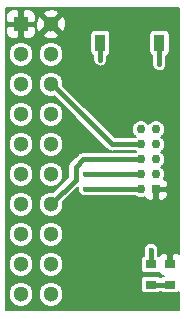
<source format=gbl>
G04 #@! TF.GenerationSoftware,KiCad,Pcbnew,5.0.1-33cea8e~68~ubuntu18.04.1*
G04 #@! TF.CreationDate,2018-11-22T22:47:37+01:00*
G04 #@! TF.ProjectId,jtag_20pin_to_10pin,6A7461675F323070696E5F746F5F3130,rev?*
G04 #@! TF.SameCoordinates,Original*
G04 #@! TF.FileFunction,Copper,L2,Bot,Signal*
G04 #@! TF.FilePolarity,Positive*
%FSLAX46Y46*%
G04 Gerber Fmt 4.6, Leading zero omitted, Abs format (unit mm)*
G04 Created by KiCad (PCBNEW 5.0.1-33cea8e~68~ubuntu18.04.1) date do 22 nov 2018 22:47:37 CET*
%MOMM*%
%LPD*%
G01*
G04 APERTURE LIST*
G04 #@! TA.AperFunction,SMDPad,CuDef*
%ADD10R,0.900000X0.700000*%
G04 #@! TD*
G04 #@! TA.AperFunction,ComponentPad*
%ADD11R,1.300000X1.300000*%
G04 #@! TD*
G04 #@! TA.AperFunction,ComponentPad*
%ADD12C,1.300000*%
G04 #@! TD*
G04 #@! TA.AperFunction,ComponentPad*
%ADD13R,0.750000X0.750000*%
G04 #@! TD*
G04 #@! TA.AperFunction,ComponentPad*
%ADD14C,0.750000*%
G04 #@! TD*
G04 #@! TA.AperFunction,SMDPad,CuDef*
%ADD15R,0.900000X1.400000*%
G04 #@! TD*
G04 #@! TA.AperFunction,ViaPad*
%ADD16C,0.381000*%
G04 #@! TD*
G04 #@! TA.AperFunction,Conductor*
%ADD17C,0.400000*%
G04 #@! TD*
G04 #@! TA.AperFunction,Conductor*
%ADD18C,0.200000*%
G04 #@! TD*
G04 APERTURE END LIST*
D10*
G04 #@! TO.P,D2,1*
G04 #@! TO.N,Net-(D2-Pad1)*
X144700000Y-93150000D03*
G04 #@! TO.P,D2,2*
G04 #@! TO.N,VCC*
X144700000Y-91450000D03*
G04 #@! TD*
D11*
G04 #@! TO.P,J1,1*
G04 #@! TO.N,VCC*
X132080000Y-71120000D03*
D12*
G04 #@! TO.P,J1,2*
X134620000Y-71120000D03*
G04 #@! TO.P,J1,3*
G04 #@! TO.N,GND*
X132080000Y-73660000D03*
G04 #@! TO.P,J1,4*
G04 #@! TO.N,N/C*
X134620000Y-73660000D03*
G04 #@! TO.P,J1,5*
G04 #@! TO.N,GND*
X132080000Y-76200000D03*
G04 #@! TO.P,J1,6*
G04 #@! TO.N,/TDI*
X134620000Y-76200000D03*
G04 #@! TO.P,J1,7*
G04 #@! TO.N,GND*
X132080000Y-78740000D03*
G04 #@! TO.P,J1,8*
G04 #@! TO.N,/TMS*
X134620000Y-78740000D03*
G04 #@! TO.P,J1,9*
G04 #@! TO.N,GND*
X132080000Y-81280000D03*
G04 #@! TO.P,J1,10*
G04 #@! TO.N,/TCK*
X134620000Y-81280000D03*
G04 #@! TO.P,J1,11*
G04 #@! TO.N,GND*
X132080000Y-83820000D03*
G04 #@! TO.P,J1,12*
G04 #@! TO.N,N/C*
X134620000Y-83820000D03*
G04 #@! TO.P,J1,13*
G04 #@! TO.N,GND*
X132080000Y-86360000D03*
G04 #@! TO.P,J1,14*
G04 #@! TO.N,/TDO*
X134620000Y-86360000D03*
G04 #@! TO.P,J1,15*
G04 #@! TO.N,GND*
X132080000Y-88900000D03*
G04 #@! TO.P,J1,16*
G04 #@! TO.N,/RESET*
X134620000Y-88900000D03*
G04 #@! TO.P,J1,17*
G04 #@! TO.N,GND*
X132080000Y-91440000D03*
G04 #@! TO.P,J1,18*
G04 #@! TO.N,N/C*
X134620000Y-91440000D03*
G04 #@! TO.P,J1,19*
G04 #@! TO.N,GND*
X132080000Y-93980000D03*
G04 #@! TO.P,J1,20*
G04 #@! TO.N,N/C*
X134620000Y-93980000D03*
G04 #@! TD*
D13*
G04 #@! TO.P,J2,1*
G04 #@! TO.N,VCC*
X143510000Y-85090000D03*
D14*
G04 #@! TO.P,J2,2*
G04 #@! TO.N,/TMS*
X142240000Y-85090000D03*
G04 #@! TO.P,J2,3*
G04 #@! TO.N,GND*
X143510000Y-83820000D03*
G04 #@! TO.P,J2,4*
G04 #@! TO.N,/TCK*
X142240000Y-83820000D03*
G04 #@! TO.P,J2,5*
G04 #@! TO.N,GND*
X143510000Y-82550000D03*
G04 #@! TO.P,J2,6*
G04 #@! TO.N,/TDO*
X142240000Y-82550000D03*
G04 #@! TO.P,J2,7*
G04 #@! TO.N,N/C*
X143510000Y-81280000D03*
G04 #@! TO.P,J2,8*
G04 #@! TO.N,/TDI*
X142240000Y-81280000D03*
G04 #@! TO.P,J2,9*
G04 #@! TO.N,GND*
X143510000Y-80010000D03*
G04 #@! TO.P,J2,10*
G04 #@! TO.N,/RESET*
X142240000Y-80010000D03*
G04 #@! TD*
D10*
G04 #@! TO.P,R2,2*
G04 #@! TO.N,GND*
X143100000Y-91450000D03*
G04 #@! TO.P,R2,1*
G04 #@! TO.N,Net-(D2-Pad1)*
X143100000Y-93150000D03*
G04 #@! TD*
D15*
G04 #@! TO.P,S1,1*
G04 #@! TO.N,/RESET*
X138800000Y-72700000D03*
G04 #@! TO.P,S1,2*
G04 #@! TO.N,GND*
X143800000Y-72700000D03*
G04 #@! TD*
D16*
G04 #@! TO.N,VCC*
X144700000Y-90200000D03*
G04 #@! TO.N,GND*
X143800000Y-74500000D03*
X143100000Y-90200000D03*
G04 #@! TO.N,/TMS*
X137510000Y-85090000D03*
G04 #@! TO.N,/TCK*
X137520000Y-83820000D03*
G04 #@! TO.N,/RESET*
X138800000Y-74100000D03*
G04 #@! TD*
D17*
G04 #@! TO.N,VCC*
X144700000Y-91450000D02*
X144700000Y-90200000D01*
G04 #@! TO.N,Net-(D2-Pad1)*
X144700000Y-93150000D02*
X143100000Y-93150000D01*
G04 #@! TO.N,GND*
X143800000Y-72700000D02*
X143800000Y-74500000D01*
X143100000Y-91450000D02*
X143100000Y-90200000D01*
G04 #@! TO.N,/TDI*
X142240000Y-81280000D02*
X139780000Y-81280000D01*
X134700000Y-76200000D02*
X134620000Y-76200000D01*
X139780000Y-81280000D02*
X134700000Y-76200000D01*
G04 #@! TO.N,/TMS*
X142240000Y-85090000D02*
X137510000Y-85090000D01*
G04 #@! TO.N,/TCK*
X142240000Y-83820000D02*
X137520000Y-83820000D01*
G04 #@! TO.N,/TDO*
X142240000Y-82550000D02*
X137350000Y-82550000D01*
X137350000Y-82550000D02*
X136700000Y-83200000D01*
X136700000Y-84280000D02*
X134620000Y-86360000D01*
X136700000Y-83200000D02*
X136700000Y-84280000D01*
G04 #@! TO.N,/RESET*
X138800000Y-72700000D02*
X138800000Y-74100000D01*
G04 #@! TD*
D18*
G04 #@! TO.N,VCC*
G36*
X145425000Y-90555814D02*
X145270938Y-90492000D01*
X145006000Y-90492000D01*
X144854000Y-90644000D01*
X144854000Y-91296000D01*
X144874000Y-91296000D01*
X144874000Y-91604000D01*
X144854000Y-91604000D01*
X144854000Y-91624000D01*
X144546000Y-91624000D01*
X144546000Y-91604000D01*
X144526000Y-91604000D01*
X144526000Y-91296000D01*
X144546000Y-91296000D01*
X144546000Y-90644000D01*
X144394000Y-90492000D01*
X144129062Y-90492000D01*
X143905596Y-90584562D01*
X143742565Y-90747593D01*
X143706072Y-90723209D01*
X143700000Y-90722001D01*
X143700000Y-90140909D01*
X143690500Y-90093149D01*
X143690500Y-90082542D01*
X143686441Y-90072742D01*
X143665187Y-89965892D01*
X143604663Y-89875311D01*
X143600602Y-89865508D01*
X143593099Y-89858005D01*
X143532575Y-89767425D01*
X143441995Y-89706901D01*
X143434492Y-89699398D01*
X143424689Y-89695337D01*
X143334108Y-89634813D01*
X143227258Y-89613559D01*
X143217458Y-89609500D01*
X143206851Y-89609500D01*
X143100000Y-89588246D01*
X142993149Y-89609500D01*
X142982542Y-89609500D01*
X142972742Y-89613559D01*
X142865893Y-89634813D01*
X142775314Y-89695336D01*
X142765508Y-89699398D01*
X142758003Y-89706903D01*
X142667426Y-89767425D01*
X142606904Y-89858002D01*
X142599398Y-89865508D01*
X142595336Y-89875315D01*
X142534814Y-89965892D01*
X142513561Y-90072738D01*
X142509500Y-90082542D01*
X142509500Y-90093154D01*
X142500001Y-90140909D01*
X142500001Y-90722001D01*
X142493928Y-90723209D01*
X142361616Y-90811616D01*
X142273209Y-90943928D01*
X142242164Y-91100000D01*
X142242164Y-91800000D01*
X142273209Y-91956072D01*
X142361616Y-92088384D01*
X142493928Y-92176791D01*
X142650000Y-92207836D01*
X143550000Y-92207836D01*
X143706072Y-92176791D01*
X143742565Y-92152407D01*
X143905596Y-92315438D01*
X144129062Y-92408000D01*
X144170388Y-92408000D01*
X144093928Y-92423209D01*
X143961616Y-92511616D01*
X143935969Y-92550000D01*
X143864031Y-92550000D01*
X143838384Y-92511616D01*
X143706072Y-92423209D01*
X143550000Y-92392164D01*
X142650000Y-92392164D01*
X142493928Y-92423209D01*
X142361616Y-92511616D01*
X142273209Y-92643928D01*
X142242164Y-92800000D01*
X142242164Y-93500000D01*
X142273209Y-93656072D01*
X142361616Y-93788384D01*
X142493928Y-93876791D01*
X142650000Y-93907836D01*
X143550000Y-93907836D01*
X143706072Y-93876791D01*
X143838384Y-93788384D01*
X143864031Y-93750000D01*
X143935969Y-93750000D01*
X143961616Y-93788384D01*
X144093928Y-93876791D01*
X144250000Y-93907836D01*
X145150000Y-93907836D01*
X145306072Y-93876791D01*
X145425000Y-93797327D01*
X145425000Y-95325000D01*
X130775000Y-95325000D01*
X130775000Y-93771142D01*
X131030000Y-93771142D01*
X131030000Y-94188858D01*
X131189853Y-94574777D01*
X131485223Y-94870147D01*
X131871142Y-95030000D01*
X132288858Y-95030000D01*
X132674777Y-94870147D01*
X132970147Y-94574777D01*
X133130000Y-94188858D01*
X133130000Y-93771142D01*
X133570000Y-93771142D01*
X133570000Y-94188858D01*
X133729853Y-94574777D01*
X134025223Y-94870147D01*
X134411142Y-95030000D01*
X134828858Y-95030000D01*
X135214777Y-94870147D01*
X135510147Y-94574777D01*
X135670000Y-94188858D01*
X135670000Y-93771142D01*
X135510147Y-93385223D01*
X135214777Y-93089853D01*
X134828858Y-92930000D01*
X134411142Y-92930000D01*
X134025223Y-93089853D01*
X133729853Y-93385223D01*
X133570000Y-93771142D01*
X133130000Y-93771142D01*
X132970147Y-93385223D01*
X132674777Y-93089853D01*
X132288858Y-92930000D01*
X131871142Y-92930000D01*
X131485223Y-93089853D01*
X131189853Y-93385223D01*
X131030000Y-93771142D01*
X130775000Y-93771142D01*
X130775000Y-91231142D01*
X131030000Y-91231142D01*
X131030000Y-91648858D01*
X131189853Y-92034777D01*
X131485223Y-92330147D01*
X131871142Y-92490000D01*
X132288858Y-92490000D01*
X132674777Y-92330147D01*
X132970147Y-92034777D01*
X133130000Y-91648858D01*
X133130000Y-91231142D01*
X133570000Y-91231142D01*
X133570000Y-91648858D01*
X133729853Y-92034777D01*
X134025223Y-92330147D01*
X134411142Y-92490000D01*
X134828858Y-92490000D01*
X135214777Y-92330147D01*
X135510147Y-92034777D01*
X135670000Y-91648858D01*
X135670000Y-91231142D01*
X135510147Y-90845223D01*
X135214777Y-90549853D01*
X134828858Y-90390000D01*
X134411142Y-90390000D01*
X134025223Y-90549853D01*
X133729853Y-90845223D01*
X133570000Y-91231142D01*
X133130000Y-91231142D01*
X132970147Y-90845223D01*
X132674777Y-90549853D01*
X132288858Y-90390000D01*
X131871142Y-90390000D01*
X131485223Y-90549853D01*
X131189853Y-90845223D01*
X131030000Y-91231142D01*
X130775000Y-91231142D01*
X130775000Y-88691142D01*
X131030000Y-88691142D01*
X131030000Y-89108858D01*
X131189853Y-89494777D01*
X131485223Y-89790147D01*
X131871142Y-89950000D01*
X132288858Y-89950000D01*
X132674777Y-89790147D01*
X132970147Y-89494777D01*
X133130000Y-89108858D01*
X133130000Y-88691142D01*
X133570000Y-88691142D01*
X133570000Y-89108858D01*
X133729853Y-89494777D01*
X134025223Y-89790147D01*
X134411142Y-89950000D01*
X134828858Y-89950000D01*
X135214777Y-89790147D01*
X135510147Y-89494777D01*
X135670000Y-89108858D01*
X135670000Y-88691142D01*
X135510147Y-88305223D01*
X135214777Y-88009853D01*
X134828858Y-87850000D01*
X134411142Y-87850000D01*
X134025223Y-88009853D01*
X133729853Y-88305223D01*
X133570000Y-88691142D01*
X133130000Y-88691142D01*
X132970147Y-88305223D01*
X132674777Y-88009853D01*
X132288858Y-87850000D01*
X131871142Y-87850000D01*
X131485223Y-88009853D01*
X131189853Y-88305223D01*
X131030000Y-88691142D01*
X130775000Y-88691142D01*
X130775000Y-86151142D01*
X131030000Y-86151142D01*
X131030000Y-86568858D01*
X131189853Y-86954777D01*
X131485223Y-87250147D01*
X131871142Y-87410000D01*
X132288858Y-87410000D01*
X132674777Y-87250147D01*
X132970147Y-86954777D01*
X133130000Y-86568858D01*
X133130000Y-86151142D01*
X132970147Y-85765223D01*
X132674777Y-85469853D01*
X132288858Y-85310000D01*
X131871142Y-85310000D01*
X131485223Y-85469853D01*
X131189853Y-85765223D01*
X131030000Y-86151142D01*
X130775000Y-86151142D01*
X130775000Y-83611142D01*
X131030000Y-83611142D01*
X131030000Y-84028858D01*
X131189853Y-84414777D01*
X131485223Y-84710147D01*
X131871142Y-84870000D01*
X132288858Y-84870000D01*
X132674777Y-84710147D01*
X132970147Y-84414777D01*
X133130000Y-84028858D01*
X133130000Y-83611142D01*
X133570000Y-83611142D01*
X133570000Y-84028858D01*
X133729853Y-84414777D01*
X134025223Y-84710147D01*
X134411142Y-84870000D01*
X134828858Y-84870000D01*
X135214777Y-84710147D01*
X135510147Y-84414777D01*
X135670000Y-84028858D01*
X135670000Y-83611142D01*
X135510147Y-83225223D01*
X135214777Y-82929853D01*
X134828858Y-82770000D01*
X134411142Y-82770000D01*
X134025223Y-82929853D01*
X133729853Y-83225223D01*
X133570000Y-83611142D01*
X133130000Y-83611142D01*
X132970147Y-83225223D01*
X132674777Y-82929853D01*
X132288858Y-82770000D01*
X131871142Y-82770000D01*
X131485223Y-82929853D01*
X131189853Y-83225223D01*
X131030000Y-83611142D01*
X130775000Y-83611142D01*
X130775000Y-81071142D01*
X131030000Y-81071142D01*
X131030000Y-81488858D01*
X131189853Y-81874777D01*
X131485223Y-82170147D01*
X131871142Y-82330000D01*
X132288858Y-82330000D01*
X132674777Y-82170147D01*
X132970147Y-81874777D01*
X133130000Y-81488858D01*
X133130000Y-81071142D01*
X133570000Y-81071142D01*
X133570000Y-81488858D01*
X133729853Y-81874777D01*
X134025223Y-82170147D01*
X134411142Y-82330000D01*
X134828858Y-82330000D01*
X135214777Y-82170147D01*
X135510147Y-81874777D01*
X135670000Y-81488858D01*
X135670000Y-81071142D01*
X135510147Y-80685223D01*
X135214777Y-80389853D01*
X134828858Y-80230000D01*
X134411142Y-80230000D01*
X134025223Y-80389853D01*
X133729853Y-80685223D01*
X133570000Y-81071142D01*
X133130000Y-81071142D01*
X132970147Y-80685223D01*
X132674777Y-80389853D01*
X132288858Y-80230000D01*
X131871142Y-80230000D01*
X131485223Y-80389853D01*
X131189853Y-80685223D01*
X131030000Y-81071142D01*
X130775000Y-81071142D01*
X130775000Y-78531142D01*
X131030000Y-78531142D01*
X131030000Y-78948858D01*
X131189853Y-79334777D01*
X131485223Y-79630147D01*
X131871142Y-79790000D01*
X132288858Y-79790000D01*
X132674777Y-79630147D01*
X132970147Y-79334777D01*
X133130000Y-78948858D01*
X133130000Y-78531142D01*
X133570000Y-78531142D01*
X133570000Y-78948858D01*
X133729853Y-79334777D01*
X134025223Y-79630147D01*
X134411142Y-79790000D01*
X134828858Y-79790000D01*
X135214777Y-79630147D01*
X135510147Y-79334777D01*
X135670000Y-78948858D01*
X135670000Y-78531142D01*
X135510147Y-78145223D01*
X135214777Y-77849853D01*
X134828858Y-77690000D01*
X134411142Y-77690000D01*
X134025223Y-77849853D01*
X133729853Y-78145223D01*
X133570000Y-78531142D01*
X133130000Y-78531142D01*
X132970147Y-78145223D01*
X132674777Y-77849853D01*
X132288858Y-77690000D01*
X131871142Y-77690000D01*
X131485223Y-77849853D01*
X131189853Y-78145223D01*
X131030000Y-78531142D01*
X130775000Y-78531142D01*
X130775000Y-75991142D01*
X131030000Y-75991142D01*
X131030000Y-76408858D01*
X131189853Y-76794777D01*
X131485223Y-77090147D01*
X131871142Y-77250000D01*
X132288858Y-77250000D01*
X132674777Y-77090147D01*
X132970147Y-76794777D01*
X133130000Y-76408858D01*
X133130000Y-75991142D01*
X133570000Y-75991142D01*
X133570000Y-76408858D01*
X133729853Y-76794777D01*
X134025223Y-77090147D01*
X134411142Y-77250000D01*
X134828858Y-77250000D01*
X134880204Y-77228732D01*
X139313953Y-81662481D01*
X139347425Y-81712575D01*
X139545892Y-81845187D01*
X139720909Y-81880000D01*
X139720913Y-81880000D01*
X139780000Y-81891753D01*
X139839086Y-81880000D01*
X141743985Y-81880000D01*
X141778985Y-81915000D01*
X141743985Y-81950000D01*
X137409088Y-81950000D01*
X137350000Y-81938247D01*
X137290912Y-81950000D01*
X137290909Y-81950000D01*
X137157687Y-81976499D01*
X137115891Y-81984813D01*
X137010850Y-82055000D01*
X136917425Y-82117425D01*
X136883953Y-82167519D01*
X136317521Y-82733952D01*
X136267425Y-82767425D01*
X136134813Y-82965893D01*
X136100000Y-83140910D01*
X136100000Y-83140914D01*
X136088247Y-83200000D01*
X136100000Y-83259087D01*
X136100001Y-84031471D01*
X134821473Y-85310000D01*
X134411142Y-85310000D01*
X134025223Y-85469853D01*
X133729853Y-85765223D01*
X133570000Y-86151142D01*
X133570000Y-86568858D01*
X133729853Y-86954777D01*
X134025223Y-87250147D01*
X134411142Y-87410000D01*
X134828858Y-87410000D01*
X135214777Y-87250147D01*
X135510147Y-86954777D01*
X135670000Y-86568858D01*
X135670000Y-86158527D01*
X136937904Y-84890623D01*
X136923559Y-84962742D01*
X136919500Y-84972542D01*
X136919500Y-84983149D01*
X136898246Y-85090000D01*
X136919500Y-85196851D01*
X136919500Y-85207458D01*
X136923559Y-85217258D01*
X136944813Y-85324108D01*
X137005337Y-85414689D01*
X137009398Y-85424492D01*
X137016901Y-85431995D01*
X137077425Y-85522575D01*
X137168005Y-85583099D01*
X137175508Y-85590602D01*
X137185311Y-85594663D01*
X137275892Y-85655187D01*
X137382742Y-85676441D01*
X137392542Y-85680500D01*
X137403149Y-85680500D01*
X137450909Y-85690000D01*
X141743985Y-85690000D01*
X141800998Y-85747013D01*
X142085843Y-85865000D01*
X142394157Y-85865000D01*
X142606209Y-85777165D01*
X142619563Y-85809405D01*
X142790596Y-85980438D01*
X143014062Y-86073000D01*
X143204000Y-86073000D01*
X143356000Y-85921000D01*
X143356000Y-85244000D01*
X143664000Y-85244000D01*
X143664000Y-85921000D01*
X143816000Y-86073000D01*
X144005938Y-86073000D01*
X144229404Y-85980438D01*
X144400437Y-85809405D01*
X144493000Y-85585939D01*
X144493000Y-85396000D01*
X144341000Y-85244000D01*
X143664000Y-85244000D01*
X143356000Y-85244000D01*
X143336000Y-85244000D01*
X143336000Y-84936000D01*
X143356000Y-84936000D01*
X143356000Y-84916000D01*
X143664000Y-84916000D01*
X143664000Y-84936000D01*
X144341000Y-84936000D01*
X144493000Y-84784000D01*
X144493000Y-84594061D01*
X144400437Y-84370595D01*
X144229404Y-84199562D01*
X144197165Y-84186208D01*
X144285000Y-83974157D01*
X144285000Y-83665843D01*
X144167013Y-83380998D01*
X143971015Y-83185000D01*
X144167013Y-82989002D01*
X144285000Y-82704157D01*
X144285000Y-82395843D01*
X144167013Y-82110998D01*
X143971015Y-81915000D01*
X144167013Y-81719002D01*
X144285000Y-81434157D01*
X144285000Y-81125843D01*
X144167013Y-80840998D01*
X143971015Y-80645000D01*
X144167013Y-80449002D01*
X144285000Y-80164157D01*
X144285000Y-79855843D01*
X144167013Y-79570998D01*
X143949002Y-79352987D01*
X143664157Y-79235000D01*
X143355843Y-79235000D01*
X143070998Y-79352987D01*
X142875000Y-79548985D01*
X142679002Y-79352987D01*
X142394157Y-79235000D01*
X142085843Y-79235000D01*
X141800998Y-79352987D01*
X141582987Y-79570998D01*
X141465000Y-79855843D01*
X141465000Y-80164157D01*
X141582987Y-80449002D01*
X141778985Y-80645000D01*
X141743985Y-80680000D01*
X140028528Y-80680000D01*
X135670000Y-76321473D01*
X135670000Y-75991142D01*
X135510147Y-75605223D01*
X135214777Y-75309853D01*
X134828858Y-75150000D01*
X134411142Y-75150000D01*
X134025223Y-75309853D01*
X133729853Y-75605223D01*
X133570000Y-75991142D01*
X133130000Y-75991142D01*
X132970147Y-75605223D01*
X132674777Y-75309853D01*
X132288858Y-75150000D01*
X131871142Y-75150000D01*
X131485223Y-75309853D01*
X131189853Y-75605223D01*
X131030000Y-75991142D01*
X130775000Y-75991142D01*
X130775000Y-73451142D01*
X131030000Y-73451142D01*
X131030000Y-73868858D01*
X131189853Y-74254777D01*
X131485223Y-74550147D01*
X131871142Y-74710000D01*
X132288858Y-74710000D01*
X132674777Y-74550147D01*
X132970147Y-74254777D01*
X133130000Y-73868858D01*
X133130000Y-73451142D01*
X133570000Y-73451142D01*
X133570000Y-73868858D01*
X133729853Y-74254777D01*
X134025223Y-74550147D01*
X134411142Y-74710000D01*
X134828858Y-74710000D01*
X135214777Y-74550147D01*
X135510147Y-74254777D01*
X135670000Y-73868858D01*
X135670000Y-73451142D01*
X135510147Y-73065223D01*
X135214777Y-72769853D01*
X134828858Y-72610000D01*
X134411142Y-72610000D01*
X134025223Y-72769853D01*
X133729853Y-73065223D01*
X133570000Y-73451142D01*
X133130000Y-73451142D01*
X132970147Y-73065223D01*
X132674777Y-72769853D01*
X132288858Y-72610000D01*
X131871142Y-72610000D01*
X131485223Y-72769853D01*
X131189853Y-73065223D01*
X131030000Y-73451142D01*
X130775000Y-73451142D01*
X130775000Y-71426000D01*
X130822000Y-71426000D01*
X130822000Y-71890939D01*
X130914563Y-72114405D01*
X131085596Y-72285438D01*
X131309062Y-72378000D01*
X131774000Y-72378000D01*
X131926000Y-72226000D01*
X131926000Y-71274000D01*
X132234000Y-71274000D01*
X132234000Y-72226000D01*
X132386000Y-72378000D01*
X132850938Y-72378000D01*
X133074404Y-72285438D01*
X133245437Y-72114405D01*
X133284155Y-72020931D01*
X133936858Y-72020931D01*
X133996122Y-72240694D01*
X134472483Y-72394134D01*
X134971302Y-72353599D01*
X135243878Y-72240694D01*
X135303142Y-72020931D01*
X135282211Y-72000000D01*
X137942164Y-72000000D01*
X137942164Y-73400000D01*
X137973209Y-73556072D01*
X138061616Y-73688384D01*
X138193928Y-73776791D01*
X138200001Y-73777999D01*
X138200001Y-74159091D01*
X138209500Y-74206846D01*
X138209500Y-74217458D01*
X138213561Y-74227262D01*
X138234814Y-74334108D01*
X138295336Y-74424685D01*
X138299398Y-74434492D01*
X138306904Y-74441998D01*
X138367426Y-74532575D01*
X138458003Y-74593097D01*
X138465508Y-74600602D01*
X138475314Y-74604664D01*
X138565893Y-74665187D01*
X138672742Y-74686441D01*
X138682542Y-74690500D01*
X138693149Y-74690500D01*
X138800000Y-74711754D01*
X138906851Y-74690500D01*
X138917458Y-74690500D01*
X138927258Y-74686441D01*
X139034108Y-74665187D01*
X139124689Y-74604663D01*
X139134492Y-74600602D01*
X139141995Y-74593099D01*
X139232575Y-74532575D01*
X139293099Y-74441995D01*
X139300602Y-74434492D01*
X139304663Y-74424689D01*
X139365187Y-74334108D01*
X139386441Y-74227258D01*
X139390500Y-74217458D01*
X139390500Y-74206851D01*
X139400000Y-74159091D01*
X139400000Y-73777999D01*
X139406072Y-73776791D01*
X139538384Y-73688384D01*
X139626791Y-73556072D01*
X139657836Y-73400000D01*
X139657836Y-72000000D01*
X142942164Y-72000000D01*
X142942164Y-73400000D01*
X142973209Y-73556072D01*
X143061616Y-73688384D01*
X143193928Y-73776791D01*
X143200001Y-73777999D01*
X143200001Y-74559091D01*
X143209500Y-74606846D01*
X143209500Y-74617458D01*
X143213561Y-74627262D01*
X143234814Y-74734108D01*
X143295336Y-74824685D01*
X143299398Y-74834492D01*
X143306904Y-74841998D01*
X143367426Y-74932575D01*
X143458003Y-74993097D01*
X143465508Y-75000602D01*
X143475314Y-75004664D01*
X143565893Y-75065187D01*
X143672742Y-75086441D01*
X143682542Y-75090500D01*
X143693149Y-75090500D01*
X143800000Y-75111754D01*
X143906851Y-75090500D01*
X143917458Y-75090500D01*
X143927258Y-75086441D01*
X144034108Y-75065187D01*
X144124689Y-75004663D01*
X144134492Y-75000602D01*
X144141995Y-74993099D01*
X144232575Y-74932575D01*
X144293099Y-74841995D01*
X144300602Y-74834492D01*
X144304663Y-74824689D01*
X144365187Y-74734108D01*
X144386441Y-74627258D01*
X144390500Y-74617458D01*
X144390500Y-74606851D01*
X144400000Y-74559091D01*
X144400000Y-73777999D01*
X144406072Y-73776791D01*
X144538384Y-73688384D01*
X144626791Y-73556072D01*
X144657836Y-73400000D01*
X144657836Y-72000000D01*
X144626791Y-71843928D01*
X144538384Y-71711616D01*
X144406072Y-71623209D01*
X144250000Y-71592164D01*
X143350000Y-71592164D01*
X143193928Y-71623209D01*
X143061616Y-71711616D01*
X142973209Y-71843928D01*
X142942164Y-72000000D01*
X139657836Y-72000000D01*
X139626791Y-71843928D01*
X139538384Y-71711616D01*
X139406072Y-71623209D01*
X139250000Y-71592164D01*
X138350000Y-71592164D01*
X138193928Y-71623209D01*
X138061616Y-71711616D01*
X137973209Y-71843928D01*
X137942164Y-72000000D01*
X135282211Y-72000000D01*
X134620000Y-71337789D01*
X133936858Y-72020931D01*
X133284155Y-72020931D01*
X133338000Y-71890939D01*
X133338000Y-71426000D01*
X133186000Y-71274000D01*
X132234000Y-71274000D01*
X131926000Y-71274000D01*
X130974000Y-71274000D01*
X130822000Y-71426000D01*
X130775000Y-71426000D01*
X130775000Y-70972483D01*
X133345866Y-70972483D01*
X133386401Y-71471302D01*
X133499306Y-71743878D01*
X133719069Y-71803142D01*
X134402211Y-71120000D01*
X134837789Y-71120000D01*
X135520931Y-71803142D01*
X135740694Y-71743878D01*
X135894134Y-71267517D01*
X135853599Y-70768698D01*
X135740694Y-70496122D01*
X135520931Y-70436858D01*
X134837789Y-71120000D01*
X134402211Y-71120000D01*
X133719069Y-70436858D01*
X133499306Y-70496122D01*
X133345866Y-70972483D01*
X130775000Y-70972483D01*
X130775000Y-70349061D01*
X130822000Y-70349061D01*
X130822000Y-70814000D01*
X130974000Y-70966000D01*
X131926000Y-70966000D01*
X131926000Y-70014000D01*
X132234000Y-70014000D01*
X132234000Y-70966000D01*
X133186000Y-70966000D01*
X133338000Y-70814000D01*
X133338000Y-70349061D01*
X133284156Y-70219069D01*
X133936858Y-70219069D01*
X134620000Y-70902211D01*
X135303142Y-70219069D01*
X135243878Y-69999306D01*
X134767517Y-69845866D01*
X134268698Y-69886401D01*
X133996122Y-69999306D01*
X133936858Y-70219069D01*
X133284156Y-70219069D01*
X133245437Y-70125595D01*
X133074404Y-69954562D01*
X132850938Y-69862000D01*
X132386000Y-69862000D01*
X132234000Y-70014000D01*
X131926000Y-70014000D01*
X131774000Y-69862000D01*
X131309062Y-69862000D01*
X131085596Y-69954562D01*
X130914563Y-70125595D01*
X130822000Y-70349061D01*
X130775000Y-70349061D01*
X130775000Y-69775000D01*
X145425001Y-69775000D01*
X145425000Y-90555814D01*
X145425000Y-90555814D01*
G37*
X145425000Y-90555814D02*
X145270938Y-90492000D01*
X145006000Y-90492000D01*
X144854000Y-90644000D01*
X144854000Y-91296000D01*
X144874000Y-91296000D01*
X144874000Y-91604000D01*
X144854000Y-91604000D01*
X144854000Y-91624000D01*
X144546000Y-91624000D01*
X144546000Y-91604000D01*
X144526000Y-91604000D01*
X144526000Y-91296000D01*
X144546000Y-91296000D01*
X144546000Y-90644000D01*
X144394000Y-90492000D01*
X144129062Y-90492000D01*
X143905596Y-90584562D01*
X143742565Y-90747593D01*
X143706072Y-90723209D01*
X143700000Y-90722001D01*
X143700000Y-90140909D01*
X143690500Y-90093149D01*
X143690500Y-90082542D01*
X143686441Y-90072742D01*
X143665187Y-89965892D01*
X143604663Y-89875311D01*
X143600602Y-89865508D01*
X143593099Y-89858005D01*
X143532575Y-89767425D01*
X143441995Y-89706901D01*
X143434492Y-89699398D01*
X143424689Y-89695337D01*
X143334108Y-89634813D01*
X143227258Y-89613559D01*
X143217458Y-89609500D01*
X143206851Y-89609500D01*
X143100000Y-89588246D01*
X142993149Y-89609500D01*
X142982542Y-89609500D01*
X142972742Y-89613559D01*
X142865893Y-89634813D01*
X142775314Y-89695336D01*
X142765508Y-89699398D01*
X142758003Y-89706903D01*
X142667426Y-89767425D01*
X142606904Y-89858002D01*
X142599398Y-89865508D01*
X142595336Y-89875315D01*
X142534814Y-89965892D01*
X142513561Y-90072738D01*
X142509500Y-90082542D01*
X142509500Y-90093154D01*
X142500001Y-90140909D01*
X142500001Y-90722001D01*
X142493928Y-90723209D01*
X142361616Y-90811616D01*
X142273209Y-90943928D01*
X142242164Y-91100000D01*
X142242164Y-91800000D01*
X142273209Y-91956072D01*
X142361616Y-92088384D01*
X142493928Y-92176791D01*
X142650000Y-92207836D01*
X143550000Y-92207836D01*
X143706072Y-92176791D01*
X143742565Y-92152407D01*
X143905596Y-92315438D01*
X144129062Y-92408000D01*
X144170388Y-92408000D01*
X144093928Y-92423209D01*
X143961616Y-92511616D01*
X143935969Y-92550000D01*
X143864031Y-92550000D01*
X143838384Y-92511616D01*
X143706072Y-92423209D01*
X143550000Y-92392164D01*
X142650000Y-92392164D01*
X142493928Y-92423209D01*
X142361616Y-92511616D01*
X142273209Y-92643928D01*
X142242164Y-92800000D01*
X142242164Y-93500000D01*
X142273209Y-93656072D01*
X142361616Y-93788384D01*
X142493928Y-93876791D01*
X142650000Y-93907836D01*
X143550000Y-93907836D01*
X143706072Y-93876791D01*
X143838384Y-93788384D01*
X143864031Y-93750000D01*
X143935969Y-93750000D01*
X143961616Y-93788384D01*
X144093928Y-93876791D01*
X144250000Y-93907836D01*
X145150000Y-93907836D01*
X145306072Y-93876791D01*
X145425000Y-93797327D01*
X145425000Y-95325000D01*
X130775000Y-95325000D01*
X130775000Y-93771142D01*
X131030000Y-93771142D01*
X131030000Y-94188858D01*
X131189853Y-94574777D01*
X131485223Y-94870147D01*
X131871142Y-95030000D01*
X132288858Y-95030000D01*
X132674777Y-94870147D01*
X132970147Y-94574777D01*
X133130000Y-94188858D01*
X133130000Y-93771142D01*
X133570000Y-93771142D01*
X133570000Y-94188858D01*
X133729853Y-94574777D01*
X134025223Y-94870147D01*
X134411142Y-95030000D01*
X134828858Y-95030000D01*
X135214777Y-94870147D01*
X135510147Y-94574777D01*
X135670000Y-94188858D01*
X135670000Y-93771142D01*
X135510147Y-93385223D01*
X135214777Y-93089853D01*
X134828858Y-92930000D01*
X134411142Y-92930000D01*
X134025223Y-93089853D01*
X133729853Y-93385223D01*
X133570000Y-93771142D01*
X133130000Y-93771142D01*
X132970147Y-93385223D01*
X132674777Y-93089853D01*
X132288858Y-92930000D01*
X131871142Y-92930000D01*
X131485223Y-93089853D01*
X131189853Y-93385223D01*
X131030000Y-93771142D01*
X130775000Y-93771142D01*
X130775000Y-91231142D01*
X131030000Y-91231142D01*
X131030000Y-91648858D01*
X131189853Y-92034777D01*
X131485223Y-92330147D01*
X131871142Y-92490000D01*
X132288858Y-92490000D01*
X132674777Y-92330147D01*
X132970147Y-92034777D01*
X133130000Y-91648858D01*
X133130000Y-91231142D01*
X133570000Y-91231142D01*
X133570000Y-91648858D01*
X133729853Y-92034777D01*
X134025223Y-92330147D01*
X134411142Y-92490000D01*
X134828858Y-92490000D01*
X135214777Y-92330147D01*
X135510147Y-92034777D01*
X135670000Y-91648858D01*
X135670000Y-91231142D01*
X135510147Y-90845223D01*
X135214777Y-90549853D01*
X134828858Y-90390000D01*
X134411142Y-90390000D01*
X134025223Y-90549853D01*
X133729853Y-90845223D01*
X133570000Y-91231142D01*
X133130000Y-91231142D01*
X132970147Y-90845223D01*
X132674777Y-90549853D01*
X132288858Y-90390000D01*
X131871142Y-90390000D01*
X131485223Y-90549853D01*
X131189853Y-90845223D01*
X131030000Y-91231142D01*
X130775000Y-91231142D01*
X130775000Y-88691142D01*
X131030000Y-88691142D01*
X131030000Y-89108858D01*
X131189853Y-89494777D01*
X131485223Y-89790147D01*
X131871142Y-89950000D01*
X132288858Y-89950000D01*
X132674777Y-89790147D01*
X132970147Y-89494777D01*
X133130000Y-89108858D01*
X133130000Y-88691142D01*
X133570000Y-88691142D01*
X133570000Y-89108858D01*
X133729853Y-89494777D01*
X134025223Y-89790147D01*
X134411142Y-89950000D01*
X134828858Y-89950000D01*
X135214777Y-89790147D01*
X135510147Y-89494777D01*
X135670000Y-89108858D01*
X135670000Y-88691142D01*
X135510147Y-88305223D01*
X135214777Y-88009853D01*
X134828858Y-87850000D01*
X134411142Y-87850000D01*
X134025223Y-88009853D01*
X133729853Y-88305223D01*
X133570000Y-88691142D01*
X133130000Y-88691142D01*
X132970147Y-88305223D01*
X132674777Y-88009853D01*
X132288858Y-87850000D01*
X131871142Y-87850000D01*
X131485223Y-88009853D01*
X131189853Y-88305223D01*
X131030000Y-88691142D01*
X130775000Y-88691142D01*
X130775000Y-86151142D01*
X131030000Y-86151142D01*
X131030000Y-86568858D01*
X131189853Y-86954777D01*
X131485223Y-87250147D01*
X131871142Y-87410000D01*
X132288858Y-87410000D01*
X132674777Y-87250147D01*
X132970147Y-86954777D01*
X133130000Y-86568858D01*
X133130000Y-86151142D01*
X132970147Y-85765223D01*
X132674777Y-85469853D01*
X132288858Y-85310000D01*
X131871142Y-85310000D01*
X131485223Y-85469853D01*
X131189853Y-85765223D01*
X131030000Y-86151142D01*
X130775000Y-86151142D01*
X130775000Y-83611142D01*
X131030000Y-83611142D01*
X131030000Y-84028858D01*
X131189853Y-84414777D01*
X131485223Y-84710147D01*
X131871142Y-84870000D01*
X132288858Y-84870000D01*
X132674777Y-84710147D01*
X132970147Y-84414777D01*
X133130000Y-84028858D01*
X133130000Y-83611142D01*
X133570000Y-83611142D01*
X133570000Y-84028858D01*
X133729853Y-84414777D01*
X134025223Y-84710147D01*
X134411142Y-84870000D01*
X134828858Y-84870000D01*
X135214777Y-84710147D01*
X135510147Y-84414777D01*
X135670000Y-84028858D01*
X135670000Y-83611142D01*
X135510147Y-83225223D01*
X135214777Y-82929853D01*
X134828858Y-82770000D01*
X134411142Y-82770000D01*
X134025223Y-82929853D01*
X133729853Y-83225223D01*
X133570000Y-83611142D01*
X133130000Y-83611142D01*
X132970147Y-83225223D01*
X132674777Y-82929853D01*
X132288858Y-82770000D01*
X131871142Y-82770000D01*
X131485223Y-82929853D01*
X131189853Y-83225223D01*
X131030000Y-83611142D01*
X130775000Y-83611142D01*
X130775000Y-81071142D01*
X131030000Y-81071142D01*
X131030000Y-81488858D01*
X131189853Y-81874777D01*
X131485223Y-82170147D01*
X131871142Y-82330000D01*
X132288858Y-82330000D01*
X132674777Y-82170147D01*
X132970147Y-81874777D01*
X133130000Y-81488858D01*
X133130000Y-81071142D01*
X133570000Y-81071142D01*
X133570000Y-81488858D01*
X133729853Y-81874777D01*
X134025223Y-82170147D01*
X134411142Y-82330000D01*
X134828858Y-82330000D01*
X135214777Y-82170147D01*
X135510147Y-81874777D01*
X135670000Y-81488858D01*
X135670000Y-81071142D01*
X135510147Y-80685223D01*
X135214777Y-80389853D01*
X134828858Y-80230000D01*
X134411142Y-80230000D01*
X134025223Y-80389853D01*
X133729853Y-80685223D01*
X133570000Y-81071142D01*
X133130000Y-81071142D01*
X132970147Y-80685223D01*
X132674777Y-80389853D01*
X132288858Y-80230000D01*
X131871142Y-80230000D01*
X131485223Y-80389853D01*
X131189853Y-80685223D01*
X131030000Y-81071142D01*
X130775000Y-81071142D01*
X130775000Y-78531142D01*
X131030000Y-78531142D01*
X131030000Y-78948858D01*
X131189853Y-79334777D01*
X131485223Y-79630147D01*
X131871142Y-79790000D01*
X132288858Y-79790000D01*
X132674777Y-79630147D01*
X132970147Y-79334777D01*
X133130000Y-78948858D01*
X133130000Y-78531142D01*
X133570000Y-78531142D01*
X133570000Y-78948858D01*
X133729853Y-79334777D01*
X134025223Y-79630147D01*
X134411142Y-79790000D01*
X134828858Y-79790000D01*
X135214777Y-79630147D01*
X135510147Y-79334777D01*
X135670000Y-78948858D01*
X135670000Y-78531142D01*
X135510147Y-78145223D01*
X135214777Y-77849853D01*
X134828858Y-77690000D01*
X134411142Y-77690000D01*
X134025223Y-77849853D01*
X133729853Y-78145223D01*
X133570000Y-78531142D01*
X133130000Y-78531142D01*
X132970147Y-78145223D01*
X132674777Y-77849853D01*
X132288858Y-77690000D01*
X131871142Y-77690000D01*
X131485223Y-77849853D01*
X131189853Y-78145223D01*
X131030000Y-78531142D01*
X130775000Y-78531142D01*
X130775000Y-75991142D01*
X131030000Y-75991142D01*
X131030000Y-76408858D01*
X131189853Y-76794777D01*
X131485223Y-77090147D01*
X131871142Y-77250000D01*
X132288858Y-77250000D01*
X132674777Y-77090147D01*
X132970147Y-76794777D01*
X133130000Y-76408858D01*
X133130000Y-75991142D01*
X133570000Y-75991142D01*
X133570000Y-76408858D01*
X133729853Y-76794777D01*
X134025223Y-77090147D01*
X134411142Y-77250000D01*
X134828858Y-77250000D01*
X134880204Y-77228732D01*
X139313953Y-81662481D01*
X139347425Y-81712575D01*
X139545892Y-81845187D01*
X139720909Y-81880000D01*
X139720913Y-81880000D01*
X139780000Y-81891753D01*
X139839086Y-81880000D01*
X141743985Y-81880000D01*
X141778985Y-81915000D01*
X141743985Y-81950000D01*
X137409088Y-81950000D01*
X137350000Y-81938247D01*
X137290912Y-81950000D01*
X137290909Y-81950000D01*
X137157687Y-81976499D01*
X137115891Y-81984813D01*
X137010850Y-82055000D01*
X136917425Y-82117425D01*
X136883953Y-82167519D01*
X136317521Y-82733952D01*
X136267425Y-82767425D01*
X136134813Y-82965893D01*
X136100000Y-83140910D01*
X136100000Y-83140914D01*
X136088247Y-83200000D01*
X136100000Y-83259087D01*
X136100001Y-84031471D01*
X134821473Y-85310000D01*
X134411142Y-85310000D01*
X134025223Y-85469853D01*
X133729853Y-85765223D01*
X133570000Y-86151142D01*
X133570000Y-86568858D01*
X133729853Y-86954777D01*
X134025223Y-87250147D01*
X134411142Y-87410000D01*
X134828858Y-87410000D01*
X135214777Y-87250147D01*
X135510147Y-86954777D01*
X135670000Y-86568858D01*
X135670000Y-86158527D01*
X136937904Y-84890623D01*
X136923559Y-84962742D01*
X136919500Y-84972542D01*
X136919500Y-84983149D01*
X136898246Y-85090000D01*
X136919500Y-85196851D01*
X136919500Y-85207458D01*
X136923559Y-85217258D01*
X136944813Y-85324108D01*
X137005337Y-85414689D01*
X137009398Y-85424492D01*
X137016901Y-85431995D01*
X137077425Y-85522575D01*
X137168005Y-85583099D01*
X137175508Y-85590602D01*
X137185311Y-85594663D01*
X137275892Y-85655187D01*
X137382742Y-85676441D01*
X137392542Y-85680500D01*
X137403149Y-85680500D01*
X137450909Y-85690000D01*
X141743985Y-85690000D01*
X141800998Y-85747013D01*
X142085843Y-85865000D01*
X142394157Y-85865000D01*
X142606209Y-85777165D01*
X142619563Y-85809405D01*
X142790596Y-85980438D01*
X143014062Y-86073000D01*
X143204000Y-86073000D01*
X143356000Y-85921000D01*
X143356000Y-85244000D01*
X143664000Y-85244000D01*
X143664000Y-85921000D01*
X143816000Y-86073000D01*
X144005938Y-86073000D01*
X144229404Y-85980438D01*
X144400437Y-85809405D01*
X144493000Y-85585939D01*
X144493000Y-85396000D01*
X144341000Y-85244000D01*
X143664000Y-85244000D01*
X143356000Y-85244000D01*
X143336000Y-85244000D01*
X143336000Y-84936000D01*
X143356000Y-84936000D01*
X143356000Y-84916000D01*
X143664000Y-84916000D01*
X143664000Y-84936000D01*
X144341000Y-84936000D01*
X144493000Y-84784000D01*
X144493000Y-84594061D01*
X144400437Y-84370595D01*
X144229404Y-84199562D01*
X144197165Y-84186208D01*
X144285000Y-83974157D01*
X144285000Y-83665843D01*
X144167013Y-83380998D01*
X143971015Y-83185000D01*
X144167013Y-82989002D01*
X144285000Y-82704157D01*
X144285000Y-82395843D01*
X144167013Y-82110998D01*
X143971015Y-81915000D01*
X144167013Y-81719002D01*
X144285000Y-81434157D01*
X144285000Y-81125843D01*
X144167013Y-80840998D01*
X143971015Y-80645000D01*
X144167013Y-80449002D01*
X144285000Y-80164157D01*
X144285000Y-79855843D01*
X144167013Y-79570998D01*
X143949002Y-79352987D01*
X143664157Y-79235000D01*
X143355843Y-79235000D01*
X143070998Y-79352987D01*
X142875000Y-79548985D01*
X142679002Y-79352987D01*
X142394157Y-79235000D01*
X142085843Y-79235000D01*
X141800998Y-79352987D01*
X141582987Y-79570998D01*
X141465000Y-79855843D01*
X141465000Y-80164157D01*
X141582987Y-80449002D01*
X141778985Y-80645000D01*
X141743985Y-80680000D01*
X140028528Y-80680000D01*
X135670000Y-76321473D01*
X135670000Y-75991142D01*
X135510147Y-75605223D01*
X135214777Y-75309853D01*
X134828858Y-75150000D01*
X134411142Y-75150000D01*
X134025223Y-75309853D01*
X133729853Y-75605223D01*
X133570000Y-75991142D01*
X133130000Y-75991142D01*
X132970147Y-75605223D01*
X132674777Y-75309853D01*
X132288858Y-75150000D01*
X131871142Y-75150000D01*
X131485223Y-75309853D01*
X131189853Y-75605223D01*
X131030000Y-75991142D01*
X130775000Y-75991142D01*
X130775000Y-73451142D01*
X131030000Y-73451142D01*
X131030000Y-73868858D01*
X131189853Y-74254777D01*
X131485223Y-74550147D01*
X131871142Y-74710000D01*
X132288858Y-74710000D01*
X132674777Y-74550147D01*
X132970147Y-74254777D01*
X133130000Y-73868858D01*
X133130000Y-73451142D01*
X133570000Y-73451142D01*
X133570000Y-73868858D01*
X133729853Y-74254777D01*
X134025223Y-74550147D01*
X134411142Y-74710000D01*
X134828858Y-74710000D01*
X135214777Y-74550147D01*
X135510147Y-74254777D01*
X135670000Y-73868858D01*
X135670000Y-73451142D01*
X135510147Y-73065223D01*
X135214777Y-72769853D01*
X134828858Y-72610000D01*
X134411142Y-72610000D01*
X134025223Y-72769853D01*
X133729853Y-73065223D01*
X133570000Y-73451142D01*
X133130000Y-73451142D01*
X132970147Y-73065223D01*
X132674777Y-72769853D01*
X132288858Y-72610000D01*
X131871142Y-72610000D01*
X131485223Y-72769853D01*
X131189853Y-73065223D01*
X131030000Y-73451142D01*
X130775000Y-73451142D01*
X130775000Y-71426000D01*
X130822000Y-71426000D01*
X130822000Y-71890939D01*
X130914563Y-72114405D01*
X131085596Y-72285438D01*
X131309062Y-72378000D01*
X131774000Y-72378000D01*
X131926000Y-72226000D01*
X131926000Y-71274000D01*
X132234000Y-71274000D01*
X132234000Y-72226000D01*
X132386000Y-72378000D01*
X132850938Y-72378000D01*
X133074404Y-72285438D01*
X133245437Y-72114405D01*
X133284155Y-72020931D01*
X133936858Y-72020931D01*
X133996122Y-72240694D01*
X134472483Y-72394134D01*
X134971302Y-72353599D01*
X135243878Y-72240694D01*
X135303142Y-72020931D01*
X135282211Y-72000000D01*
X137942164Y-72000000D01*
X137942164Y-73400000D01*
X137973209Y-73556072D01*
X138061616Y-73688384D01*
X138193928Y-73776791D01*
X138200001Y-73777999D01*
X138200001Y-74159091D01*
X138209500Y-74206846D01*
X138209500Y-74217458D01*
X138213561Y-74227262D01*
X138234814Y-74334108D01*
X138295336Y-74424685D01*
X138299398Y-74434492D01*
X138306904Y-74441998D01*
X138367426Y-74532575D01*
X138458003Y-74593097D01*
X138465508Y-74600602D01*
X138475314Y-74604664D01*
X138565893Y-74665187D01*
X138672742Y-74686441D01*
X138682542Y-74690500D01*
X138693149Y-74690500D01*
X138800000Y-74711754D01*
X138906851Y-74690500D01*
X138917458Y-74690500D01*
X138927258Y-74686441D01*
X139034108Y-74665187D01*
X139124689Y-74604663D01*
X139134492Y-74600602D01*
X139141995Y-74593099D01*
X139232575Y-74532575D01*
X139293099Y-74441995D01*
X139300602Y-74434492D01*
X139304663Y-74424689D01*
X139365187Y-74334108D01*
X139386441Y-74227258D01*
X139390500Y-74217458D01*
X139390500Y-74206851D01*
X139400000Y-74159091D01*
X139400000Y-73777999D01*
X139406072Y-73776791D01*
X139538384Y-73688384D01*
X139626791Y-73556072D01*
X139657836Y-73400000D01*
X139657836Y-72000000D01*
X142942164Y-72000000D01*
X142942164Y-73400000D01*
X142973209Y-73556072D01*
X143061616Y-73688384D01*
X143193928Y-73776791D01*
X143200001Y-73777999D01*
X143200001Y-74559091D01*
X143209500Y-74606846D01*
X143209500Y-74617458D01*
X143213561Y-74627262D01*
X143234814Y-74734108D01*
X143295336Y-74824685D01*
X143299398Y-74834492D01*
X143306904Y-74841998D01*
X143367426Y-74932575D01*
X143458003Y-74993097D01*
X143465508Y-75000602D01*
X143475314Y-75004664D01*
X143565893Y-75065187D01*
X143672742Y-75086441D01*
X143682542Y-75090500D01*
X143693149Y-75090500D01*
X143800000Y-75111754D01*
X143906851Y-75090500D01*
X143917458Y-75090500D01*
X143927258Y-75086441D01*
X144034108Y-75065187D01*
X144124689Y-75004663D01*
X144134492Y-75000602D01*
X144141995Y-74993099D01*
X144232575Y-74932575D01*
X144293099Y-74841995D01*
X144300602Y-74834492D01*
X144304663Y-74824689D01*
X144365187Y-74734108D01*
X144386441Y-74627258D01*
X144390500Y-74617458D01*
X144390500Y-74606851D01*
X144400000Y-74559091D01*
X144400000Y-73777999D01*
X144406072Y-73776791D01*
X144538384Y-73688384D01*
X144626791Y-73556072D01*
X144657836Y-73400000D01*
X144657836Y-72000000D01*
X144626791Y-71843928D01*
X144538384Y-71711616D01*
X144406072Y-71623209D01*
X144250000Y-71592164D01*
X143350000Y-71592164D01*
X143193928Y-71623209D01*
X143061616Y-71711616D01*
X142973209Y-71843928D01*
X142942164Y-72000000D01*
X139657836Y-72000000D01*
X139626791Y-71843928D01*
X139538384Y-71711616D01*
X139406072Y-71623209D01*
X139250000Y-71592164D01*
X138350000Y-71592164D01*
X138193928Y-71623209D01*
X138061616Y-71711616D01*
X137973209Y-71843928D01*
X137942164Y-72000000D01*
X135282211Y-72000000D01*
X134620000Y-71337789D01*
X133936858Y-72020931D01*
X133284155Y-72020931D01*
X133338000Y-71890939D01*
X133338000Y-71426000D01*
X133186000Y-71274000D01*
X132234000Y-71274000D01*
X131926000Y-71274000D01*
X130974000Y-71274000D01*
X130822000Y-71426000D01*
X130775000Y-71426000D01*
X130775000Y-70972483D01*
X133345866Y-70972483D01*
X133386401Y-71471302D01*
X133499306Y-71743878D01*
X133719069Y-71803142D01*
X134402211Y-71120000D01*
X134837789Y-71120000D01*
X135520931Y-71803142D01*
X135740694Y-71743878D01*
X135894134Y-71267517D01*
X135853599Y-70768698D01*
X135740694Y-70496122D01*
X135520931Y-70436858D01*
X134837789Y-71120000D01*
X134402211Y-71120000D01*
X133719069Y-70436858D01*
X133499306Y-70496122D01*
X133345866Y-70972483D01*
X130775000Y-70972483D01*
X130775000Y-70349061D01*
X130822000Y-70349061D01*
X130822000Y-70814000D01*
X130974000Y-70966000D01*
X131926000Y-70966000D01*
X131926000Y-70014000D01*
X132234000Y-70014000D01*
X132234000Y-70966000D01*
X133186000Y-70966000D01*
X133338000Y-70814000D01*
X133338000Y-70349061D01*
X133284156Y-70219069D01*
X133936858Y-70219069D01*
X134620000Y-70902211D01*
X135303142Y-70219069D01*
X135243878Y-69999306D01*
X134767517Y-69845866D01*
X134268698Y-69886401D01*
X133996122Y-69999306D01*
X133936858Y-70219069D01*
X133284156Y-70219069D01*
X133245437Y-70125595D01*
X133074404Y-69954562D01*
X132850938Y-69862000D01*
X132386000Y-69862000D01*
X132234000Y-70014000D01*
X131926000Y-70014000D01*
X131774000Y-69862000D01*
X131309062Y-69862000D01*
X131085596Y-69954562D01*
X130914563Y-70125595D01*
X130822000Y-70349061D01*
X130775000Y-70349061D01*
X130775000Y-69775000D01*
X145425001Y-69775000D01*
X145425000Y-90555814D01*
G04 #@! TD*
M02*

</source>
